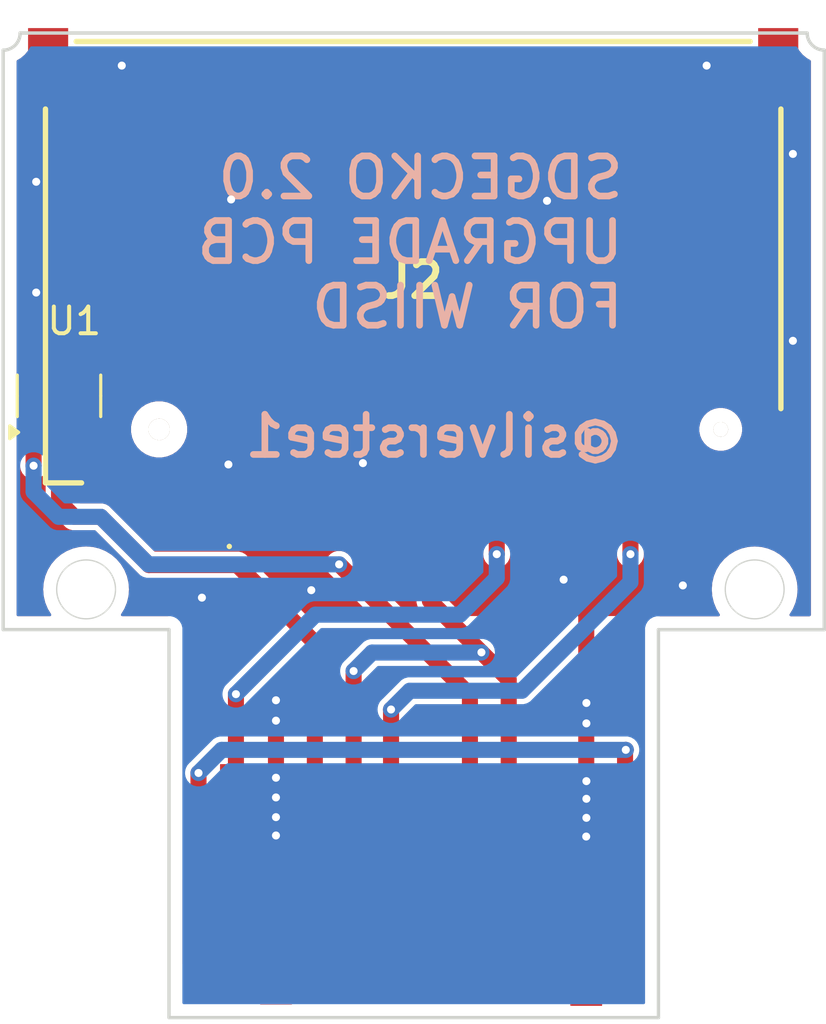
<source format=kicad_pcb>
(kicad_pcb (version 20240108) (generator "pcbnew") (generator_version "8.0")
  (layers (0 "F.Cu" signal) (31 "B.Cu" signal) (34 "B.Paste" user) (35 "F.Paste" user) (36 "B.SilkS" user "B.Silkscreen") (37 "F.SilkS" user "F.Silkscreen") (38 "B.Mask" user) (39 "F.Mask" user) (44 "Edge.Cuts" user))
  (net 0 "")
  (net 2 "Net-(J1-EXTIN)")
  (net 3 "/+3v3")
  (net 4 "/DI")
  (net 5 "GND")
  (net 6 "/CLK")
  (net 7 "/DO")
  (net 8 "/CS")
  (net 13 "Net-(J2-CMD)")
  (footprint "Package_TO_SOT_SMD:SC-74A-5_1.55x2.9mm_P0.95mm" (layer "F.Cu") (at 105.857 89.1794 90)
    (property "Reference" "U1" (at 2.794 0.569 180) (layer "F.SilkS"))
    (property "Value" "74AHC1G32")
    (fp_line (start 0 -1.56) (end 0.775 -1.56) (stroke (width 0.12)) (layer "F.SilkS"))
    (fp_line (start 0 -1.56) (end -0.775 -1.56) (stroke (width 0.12)) (layer "F.SilkS"))
    (fp_line (start 0 1.56) (end 0.775 1.56) (stroke (width 0.12)) (layer "F.SilkS"))
    (fp_line (start 0 1.56) (end -0.775 1.56) (stroke (width 0.12)) (layer "F.SilkS"))
    (fp_poly (pts (xy -1.3625 -1.51) (xy -1.6025 -1.84) (xy -1.1225 -1.84) (xy -1.3625 -1.51)) (stroke (width 0.12)) (fill solid) (layer "F.SilkS"))
    (pad "1" smd roundrect (at -1.15 -0.95 90) (size 1.6 0.6) (layers "F.Cu" "F.Paste" "F.Mask") (net 7 "/DO"))
    (pad "2" smd roundrect (at -1.15 0 90) (size 1.6 0.6) (layers "F.Cu" "F.Paste" "F.Mask") (net 8 "/CS"))
    (pad "3" smd roundrect (at -1.15 0.95 90) (size 1.6 0.6) (layers "F.Cu" "F.Paste" "F.Mask") (net 5 "GND"))
    (pad "4" smd roundrect (at 1.15 0.95 90) (size 1.6 0.6) (layers "F.Cu" "F.Paste" "F.Mask") (net 13 "Net-(J2-CMD)"))
    (pad "5" smd roundrect (at 1.15 -0.95 90) (size 1.6 0.6) (layers "F.Cu" "F.Paste" "F.Mask") (net 3 "/+3v3"))
  )
  (footprint "MICROSDCARD_Library:SD4B" (layer "F.Cu") (at 119.1006 84.6582 180)
    (property "Reference" "J2" (at 0 -0.2 0) (layer "F.SilkS") (effects (font (size 1.27 1.27) (thickness 0.254))))
    (property "Value" "SD-4-B" (hide yes))
    (fp_line (start 13.75 6.2) (end 13.75 -7.775) (stroke (width 0.2)) (layer "F.SilkS"))
    (fp_line (start 13.75 -7.775) (end 12.4 -7.775) (stroke (width 0.2)) (layer "F.SilkS"))
    (fp_line (start 6.875 -10.1) (end 6.875 -10.1) (stroke (width 0.1)) (layer "F.SilkS"))
    (fp_line (start 6.875 -10.2) (end 6.875 -10.2) (stroke (width 0.1)) (layer "F.SilkS"))
    (fp_line (start -12.6 8.725) (end 12.6 8.725) (stroke (width 0.2)) (layer "F.SilkS"))
    (fp_line (start -13.75 -5) (end -13.75 6.2) (stroke (width 0.2)) (layer "F.SilkS"))
    (fp_arc (start 6.875 -10.1) (mid 6.825 -10.15) (end 6.875 -10.2) (stroke (width 0.1)) (layer "F.SilkS"))
    (fp_arc (start 6.875 -10.2) (mid 6.925 -10.15) (end 6.875 -10.1) (stroke (width 0.1)) (layer "F.SilkS"))
    (pad "1" smd rect (at 6.875 -8.725 180) (size 1 1.8) (layers "F.Cu" "F.Paste" "F.Mask") (net 5 "GND"))
    (pad "2" smd rect (at 4.375 -8.725 180) (size 1 1.8) (layers "F.Cu" "F.Paste" "F.Mask") (net 13 "Net-(J2-CMD)"))
    (pad "3" smd rect (at 1.875 -8.725 180) (size 1 1.8) (layers "F.Cu" "F.Paste" "F.Mask") (net 5 "GND"))
    (pad "4" smd rect (at -0.625 -8.725 180) (size 1 1.8) (layers "F.Cu" "F.Paste" "F.Mask") (net 3 "/+3v3"))
    (pad "5" smd rect (at -3.125 -8.725 180) (size 1 1.8) (layers "F.Cu" "F.Paste" "F.Mask") (net 6 "/CLK"))
    (pad "6" smd rect (at -5.625 -8.725 180) (size 1 1.8) (layers "F.Cu" "F.Paste" "F.Mask") (net 5 "GND"))
    (pad "7" smd rect (at -8.125 -8.725 180) (size 1 1.8) (layers "F.Cu" "F.Paste" "F.Mask") (net 4 "/DI"))
    (pad "8" smd rect (at -9.755 -8.725 180) (size 1 1.8) (layers "F.Cu" "F.Paste" "F.Mask"))
    (pad "9" smd rect (at 9.375 -8.725 180) (size 1 1.8) (layers "F.Cu" "F.Paste" "F.Mask"))
    (pad "10" smd rect (at -11.055 -8.725 180) (size 0.7 1.8) (layers "F.Cu" "F.Paste" "F.Mask"))
    (pad "11" smd rect (at -12.255 -8.725 180) (size 0.7 1.8) (layers "F.Cu" "F.Paste" "F.Mask"))
    (pad "G1" smd rect (at 11.42 -6.775 180) (size 1.5 2.8) (layers "F.Cu" "F.Paste" "F.Mask") (net 5 "GND"))
    (pad "G2" smd rect (at -13.65 -6.775 180) (size 1.5 2.8) (layers "F.Cu" "F.Paste" "F.Mask") (net 5 "GND"))
    (pad "G3" smd rect (at -13.65 7.825 180) (size 1.5 2.8) (layers "F.Cu" "F.Paste" "F.Mask") (net 5 "GND"))
    (pad "G4" smd rect (at 13.65 7.825 180) (size 1.5 2.8) (layers "F.Cu" "F.Paste" "F.Mask") (net 5 "GND"))
    (pad "MH1" thru_hole circle (at 9.5 -5.775 270) (size 0.8 0.8) (drill 1.6) (layers "*.Cu" "*.Mask" "F.SilkS"))
    (pad "MH2" thru_hole circle (at -11.5 -5.775 270) (size 0.55 0.55) (drill 1.1) (layers "*.Cu" "*.Mask" "F.SilkS"))
  )
  (footprint "GCSP1_Library:GC_MEMCARD" (layer "F.Cu") (at 109.972659 112.420843)
    (property "Reference" "J1" (hide yes))
    (property "Value" "~" (hide yes))
    (pad "1" smd rect (at 17.05 -7.58) (size 1.187403 3.771756) (layers "F.Cu" "F.Mask") (net 2 "Net-(J1-EXTIN)"))
    (pad "2" smd rect (at 15.6 -2.78) (size 1.187403 4.679771) (layers "F.Cu" "F.Mask") (net 5 "GND"))
    (pad "3" smd rect (at 14.1 -7.38) (size 1.187403 4.19084) (layers "F.Cu" "F.Mask"))
    (pad "4" smd rect (at 12.7 -3.03) (size 1.187403 4.19084) (layers "F.Cu" "F.Mask") (net 3 "/+3v3"))
    (pad "5" smd rect (at 11.25 -7.38) (size 1.187403 4.19084) (layers "F.Cu" "F.Mask") (net 7 "/DO"))
    (pad "6" smd rect (at 9.8 -3.03) (size 1.187403 4.19084) (layers "F.Cu" "F.Mask"))
    (pad "7" smd rect (at 8.3 -7.38) (size 1.187403 4.19084) (layers "F.Cu" "F.Mask") (net 4 "/DI"))
    (pad "8" smd rect (at 6.9 -3.03) (size 1.187403 4.19084) (layers "F.Cu" "F.Mask") (net 3 "/+3v3"))
    (pad "9" smd rect (at 5.45 -7.38) (size 1.187403 4.19084) (layers "F.Cu" "F.Mask") (net 8 "/CS"))
    (pad "10" smd rect (at 4 -2.83) (size 1.187403 4.679771) (layers "F.Cu" "F.Mask") (net 5 "GND"))
    (pad "11" smd rect (at 2.5 -7.38) (size 1.187403 4.19084) (layers "F.Cu" "F.Mask") (net 6 "/CLK"))
    (pad "12" smd rect (at 1.1 -3.58) (size 1.187403 3.143131) (layers "F.Cu" "F.Mask") (net 2 "Net-(J1-EXTIN)"))
  )
  (gr_line (start 104.403449 75.617222) (end 133.8326 75.617222) (stroke (width 0.127)) (layer "Edge.Cuts"))
  (gr_line (start 128.271909 97.920263) (end 134.471909 97.920263) (stroke (width 0.127)) (layer "Edge.Cuts"))
  (gr_circle (center 131.870109 96.4138) (end 132.970109 96.4138) (stroke (width 0.05)) (fill none) (layer "Edge.Cuts"))
  (gr_line (start 134.471909 97.920263) (end 134.471909 76.255109) (stroke (width 0.127)) (layer "Edge.Cuts"))
  (gr_line (start 109.970061 97.917225) (end 109.970061 112.417225) (stroke (width 0.127)) (layer "Edge.Cuts"))
  (gr_arc (start 104.403449 75.617222) (mid 104.21993 76.069914) (end 103.770061 76.260249) (stroke (width 0.127)) (layer "Edge.Cuts"))
  (gr_line (start 109.97184 112.4204) (end 128.27184 112.4204) (stroke (width 0.127)) (layer "Edge.Cuts"))
  (gr_line (start 128.271909 112.420263) (end 128.271909 97.920263) (stroke (width 0.127)) (layer "Edge.Cuts"))
  (gr_arc (start 134.471909 76.255109) (mid 134.020144 76.068571) (end 133.8326 75.617222) (stroke (width 0.127)) (layer "Edge.Cuts"))
  (gr_circle (center 106.870061 96.4138) (end 107.970061 96.4138) (stroke (width 0.05)) (fill none) (layer "Edge.Cuts"))
  (gr_line (start 109.970061 97.917225) (end 103.770061 97.917225) (stroke (width 0.127)) (layer "Edge.Cuts"))
  (gr_line (start 103.770061 97.917225) (end 103.770061 76.260249) (stroke (width 0.127)) (layer "Edge.Cuts"))
  (gr_text "SDGECKO 2.0\nUPGRADE PCB\nFOR WIISD\n\n@silverstee1" (at 127.0762 91.567 0) (layer "B.SilkS") (effects (font (size 1.5 1.5) (thickness 0.25) (bold yes)) (justify left bottom mirror)))
  (segment (start 111.072659 103.277941) (end 111.0742 103.2764) (width 0.2) (layer "F.Cu") (net 2))
  (segment (start 127.022659 102.440941) (end 127.022659 104.840843) (width 0.6) (layer "F.Cu") (net 2))
  (segment (start 127.0508 102.4128) (end 127.022659 102.440941) (width 0.6) (layer "F.Cu") (net 2))
  (segment (start 111.072659 108.840843) (end 111.072659 103.277941) (width 0.6) (layer "F.Cu") (net 2))
  (via (at 111.0742 103.2764) (size 0.6) (drill 0.3) (layers "F.Cu" "B.Cu") (net 2))
  (via (at 127.0508 102.4128) (size 0.6) (drill 0.3) (layers "F.Cu" "B.Cu") (net 2))
  (segment (start 111.0742 103.2764) (end 111.9378 102.4128) (width 0.6) (layer "B.Cu") (net 2))
  (segment (start 111.9378 102.4128) (end 127.0508 102.4128) (width 0.6) (layer "B.Cu") (net 2))
  (segment (start 122.672659 99.787259) (end 121.6533 98.7679) (width 0.6) (layer "F.Cu") (net 3))
  (segment (start 119.7256 96.8402) (end 119.7256 93.3832) (width 0.6) (layer "F.Cu") (net 3))
  (segment (start 116.872659 99.4664) (end 116.872659 109.390843) (width 0.6) (layer "F.Cu") (net 3))
  (segment (start 122.672659 109.390843) (end 122.672659 99.787259) (width 0.6) (layer "F.Cu") (net 3))
  (segment (start 121.6533 98.7679) (end 119.7256 96.8402) (width 0.6) (layer "F.Cu") (net 3))
  (segment (start 105.791 86.233) (end 116.8146 86.233) (width 0.6) (layer "F.Cu") (net 3))
  (segment (start 116.8146 86.233) (end 119.7256 89.144) (width 0.6) (layer "F.Cu") (net 3))
  (segment (start 119.7256 89.144) (end 119.7256 93.3832) (width 0.6) (layer "F.Cu") (net 3))
  (segment (start 104.907 88.0294) (end 104.907 87.117) (width 0.6) (layer "F.Cu") (net 3))
  (segment (start 104.907 87.117) (end 105.791 86.233) (width 0.6) (layer "F.Cu") (net 3))
  (via (at 121.6533 98.7679) (size 0.6) (drill 0.3) (layers "F.Cu" "B.Cu") (net 3))
  (via (at 116.872659 99.4664) (size 0.6) (drill 0.3) (layers "F.Cu" "B.Cu") (net 3))
  (segment (start 116.872659 99.4664) (end 117.563757 98.775302) (width 0.6) (layer "B.Cu") (net 3))
  (segment (start 117.563757 98.775302) (end 121.645898 98.775302) (width 0.6) (layer "B.Cu") (net 3))
  (segment (start 121.645898 98.775302) (end 121.6533 98.7679) (width 0.2) (layer "B.Cu") (net 3))
  (segment (start 118.272659 100.903941) (end 118.272659 105.040843) (width 0.6) (layer "F.Cu") (net 4))
  (segment (start 127.2256 95.0976) (end 127.2256 93.3832) (width 0.6) (layer "F.Cu") (net 4))
  (via (at 127.2256 95.0976) (size 0.6) (drill 0.3) (layers "F.Cu" "B.Cu") (net 4))
  (via (at 118.272659 100.903941) (size 0.6) (drill 0.3) (layers "F.Cu" "B.Cu") (net 4))
  (segment (start 127.2256 95.0976) (end 127.2256 96.142) (width 0.6) (layer "B.Cu") (net 4))
  (segment (start 118.9736 100.203) (end 118.272659 100.903941) (width 0.6) (layer "B.Cu") (net 4))
  (segment (start 127.2256 96.142) (end 123.1646 100.203) (width 0.6) (layer "B.Cu") (net 4))
  (segment (start 123.1646 100.203) (end 118.9736 100.203) (width 0.6) (layer "B.Cu") (net 4))
  (segment (start 125.572659 101.427141) (end 125.5776 101.4222) (width 0.6) (layer "F.Cu") (net 5))
  (segment (start 113.972659 109.590843) (end 113.9698 105.6132) (width 0.6) (layer "F.Cu") (net 5))
  (segment (start 113.972659 100.561459) (end 113.972659 101.1682) (width 0.6) (layer "F.Cu") (net 5))
  (segment (start 125.572659 105.650902) (end 125.572659 104.957741) (width 0.6) (layer "F.Cu") (net 5))
  (segment (start 125.572659 103.576259) (end 125.572659 101.427141) (width 0.6) (layer "F.Cu") (net 5))
  (segment (start 113.9698 103.4542) (end 113.9698 100.5586) (width 0.6) (layer "F.Cu") (net 5))
  (segment (start 113.9698 104.1908) (end 113.9698 103.4542) (width 0.6) (layer "F.Cu") (net 5))
  (segment (start 125.5776 103.5812) (end 125.572659 103.576259) (width 0.6) (layer "F.Cu") (net 5))
  (segment (start 113.9698 104.9274) (end 113.9698 104.1908) (width 0.6) (layer "F.Cu") (net 5))
  (segment (start 125.570792 105.652769) (end 125.572659 105.650902) (width 0.6) (layer "F.Cu") (net 5))
  (segment (start 125.572659 97.302459) (end 124.7256 96.4554) (width 0.6) (layer "F.Cu") (net 5))
  (segment (start 125.572659 104.947859) (end 125.572659 104.246541) (width 0.6) (layer "F.Cu") (net 5))
  (segment (start 113.9698 105.6132) (end 113.9698 104.9274) (width 0.6) (layer "F.Cu") (net 5))
  (segment (start 125.5776 101.4222) (end 125.572659 101.417259) (width 0.6) (layer "F.Cu") (net 5))
  (segment (start 113.9698 100.5586) (end 113.972659 100.561459) (width 0.6) (layer "F.Cu") (net 5))
  (segment (start 125.5776 104.2416) (end 125.572659 104.236659) (width 0.6) (layer "F.Cu") (net 5))
  (segment (start 125.572659 104.957741) (end 125.5776 104.9528) (width 0.6) (layer "F.Cu") (net 5))
  (segment (start 125.572659 104.236659) (end 125.572659 103.586141) (width 0.6) (layer "F.Cu") (net 5))
  (segment (start 125.572659 101.417259) (end 125.572659 97.302459) (width 0.6) (layer "F.Cu") (net 5))
  (segment (start 125.5776 104.9528) (end 125.572659 104.947859) (width 0.6) (layer "F.Cu") (net 5))
  (segment (start 125.572659 105.654636) (end 125.572659 109.640843) (width 0.6) (layer "F.Cu") (net 5))
  (segment (start 125.572659 103.586141) (end 125.5776 103.5812) (width 0.6) (layer "F.Cu") (net 5))
  (segment (start 125.572659 104.246541) (end 125.5776 104.2416) (width 0.6) (layer "F.Cu") (net 5))
  (segment (start 124.7256 96.4554) (end 124.7256 93.3832) (width 0.6) (layer "F.Cu") (net 5))
  (segment (start 125.570792 105.652769) (end 125.572659 105.654636) (width 0.6) (layer "F.Cu") (net 5))
  (via (at 105.0036 81.1784) (size 0.6) (drill 0.3) (layers "F.Cu" "B.Cu") (net 5))
  (via (at 113.9698 104.9274) (size 0.6) (drill 0.3) (layers "F.Cu" "B.Cu") (net 5))
  (via (at 133.2992 80.137) (size 0.6) (drill 0.3) (layers "F.Cu" "B.Cu") (net 5))
  (via (at 129.1844 96.266) (size 0.6) (drill 0.3) (layers "F.Cu" "B.Cu") (net 5))
  (via (at 113.9698 105.6132) (size 0.6) (drill 0.3) (layers "F.Cu" "B.Cu") (net 5))
  (via (at 133.2992 87.122) (size 0.6) (drill 0.3) (layers "F.Cu" "B.Cu") (net 5))
  (via (at 124.1044 81.8896) (size 0.6) (drill 0.3) (layers "F.Cu" "B.Cu") (net 5))
  (via (at 130.0734 76.835) (size 0.6) (drill 0.3) (layers "F.Cu" "B.Cu") (net 5))
  (via (at 124.726399 96.0504) (size 0.6) (drill 0.3) (layers "F.Cu" "B.Cu") (net 5))
  (via (at 125.5776 104.9528) (size 0.6) (drill 0.3) (layers "F.Cu" "B.Cu") (net 5))
  (via (at 113.9698 101.3206) (size 0.6) (drill 0.3) (layers "F.Cu" "B.Cu") (net 5))
  (via (at 113.9698 103.4542) (size 0.6) (drill 0.3) (layers "F.Cu" "B.Cu") (net 5))
  (via (at 125.5776 103.5812) (size 0.6) (drill 0.3) (layers "F.Cu" "B.Cu") (net 5))
  (via (at 113.9698 100.5586) (size 0.6) (drill 0.3) (layers "F.Cu" "B.Cu") (net 5))
  (via (at 115.2906 96.4438) (size 0.6) (drill 0.3) (layers "F.Cu" "B.Cu") (net 5))
  (via (at 125.570792 105.652769) (size 0.6) (drill 0.3) (layers "F.Cu" "B.Cu") (net 5))
  (via (at 125.5776 100.6602) (size 0.6) (drill 0.3) (layers "F.Cu" "B.Cu") (net 5))
  (via (at 125.5776 104.2416) (size 0.6) (drill 0.3) (layers "F.Cu" "B.Cu") (net 5))
  (via (at 125.5776 101.4222) (size 0.6) (drill 0.3) (layers "F.Cu" "B.Cu") (net 5))
  (via (at 117.221 91.694) (size 0.6) (drill 0.3) (layers "F.Cu" "B.Cu") (net 5))
  (via (at 112.1918 91.7448) (size 0.6) (drill 0.3) (layers "F.Cu" "B.Cu") (net 5))
  (via (at 105.0036 85.3186) (size 0.6) (drill 0.3) (layers "F.Cu" "B.Cu") (net 5))
  (via (at 108.204 76.835) (size 0.6) (drill 0.3) (layers "F.Cu" "B.Cu") (net 5))
  (via (at 111.2012 96.7232) (size 0.6) (drill 0.3) (layers "F.Cu" "B.Cu") (net 5))
  (via (at 112.2934 81.8388) (size 0.6) (drill 0.3) (layers "F.Cu" "B.Cu") (net 5))
  (via (at 113.9698 104.1908) (size 0.6) (drill 0.3) (layers "F.Cu" "B.Cu") (net 5))
  (segment (start 112.472659 105.040843) (end 112.472659 100.33) (width 0.6) (layer "F.Cu") (net 6))
  (segment (start 122.2256 95.0976) (end 122.2256 93.3832) (width 0.6) (layer "F.Cu") (net 6))
  (via (at 112.472659 100.33) (size 0.6) (drill 0.3) (layers "F.Cu" "B.Cu") (net 6))
  (via (at 122.2256 95.0976) (size 0.6) (drill 0.3) (layers "F.Cu" "B.Cu") (net 6))
  (segment (start 115.444459 97.3582) (end 120.8532 97.3582) (width 0.6) (layer "B.Cu") (net 6))
  (segment (start 112.472659 100.33) (end 115.444459 97.3582) (width 0.6) (layer "B.Cu") (net 6))
  (segment (start 122.2256 95.9858) (end 122.2256 95.0976) (width 0.6) (layer "B.Cu") (net 6))
  (segment (start 120.8532 97.3582) (end 122.2256 95.9858) (width 0.6) (layer "B.Cu") (net 6))
  (segment (start 104.907 89.657) (end 104.907 90.3294) (width 0.2) (layer "F.Cu") (net 7))
  (segment (start 104.907 90.3294) (end 104.907 91.7906) (width 0.6) (layer "F.Cu") (net 7))
  (segment (start 116.332 95.4786) (end 121.222659 100.369259) (width 0.6) (layer "F.Cu") (net 7))
  (segment (start 121.222659 100.369259) (end 121.222659 105.040843) (width 0.6) (layer "F.Cu") (net 7))
  (via (at 116.332 95.4786) (size 0.6) (drill 0.3) (layers "F.Cu" "B.Cu") (net 7))
  (via (at 104.907 91.7906) (size 0.6) (drill 0.3) (layers "F.Cu" "B.Cu") (net 7))
  (segment (start 109.1946 95.4786) (end 107.4166 93.7006) (width 0.6) (layer "B.Cu") (net 7))
  (segment (start 104.907 91.7906) (end 104.8258 91.8718) (width 0.2) (layer "B.Cu") (net 7))
  (segment (start 104.907 92.7658) (end 104.907 91.7906) (width 0.6) (layer "B.Cu") (net 7))
  (segment (start 116.332 95.4786) (end 109.1946 95.4786) (width 0.6) (layer "B.Cu") (net 7))
  (segment (start 105.8418 93.7006) (end 104.907 92.7658) (width 0.6) (layer "B.Cu") (net 7))
  (segment (start 107.4166 93.7006) (end 105.8418 93.7006) (width 0.6) (layer "B.Cu") (net 7))
  (segment (start 106.426 93.7006) (end 105.857 93.1316) (width 0.6) (layer "F.Cu") (net 8))
  (segment (start 115.422659 105.040843) (end 115.422659 98.404659) (width 0.6) (layer "F.Cu") (net 8))
  (segment (start 105.857 93.1316) (end 105.857 90.3294) (width 0.6) (layer "F.Cu") (net 8))
  (segment (start 115.422659 98.404659) (end 112.522 95.504) (width 0.6) (layer "F.Cu") (net 8))
  (segment (start 112.522 95.504) (end 109.22 95.504) (width 0.6) (layer "F.Cu") (net 8))
  (segment (start 107.4166 93.7006) (end 106.426 93.7006) (width 0.6) (layer "F.Cu") (net 8))
  (segment (start 109.22 95.504) (end 107.4166 93.7006) (width 0.6) (layer "F.Cu") (net 8))
  (segment (start 106.807 88.0294) (end 112.1086 88.0294) (width 0.6) (layer "F.Cu") (net 13))
  (segment (start 112.1086 88.0294) (end 114.7256 90.6464) (width 0.6) (layer "F.Cu") (net 13))
  (segment (start 114.7256 90.6464) (end 114.7256 93.3832) (width 0.6) (layer "F.Cu") (net 13))
  (zone (net 0) (net_name "") (layer "F.Cu") (connect_pads yes (clearance 0)) (min_thickness 0.1)
    (keepout (tracks allowed) (vias allowed) (pads allowed) (copperpour not_allowed) (footprints allowed))
    (fill (thermal_gap 0.5) (thermal_bridge_width 0.5))
    (polygon (pts (xy 109.9566 97.409) (xy 128.2954 97.409) (xy 128.2954 112.395) (xy 128.269557 112.420843) (xy 109.972659 112.420843) (xy 109.9566 112.404784)))
  )
  (zone (net 5) (net_name "GND") (layers "F&B.Cu") (connect_pads yes (clearance 0)) (min_thickness 0.1) (fill yes (thermal_gap 0.5) (thermal_bridge_width 0.5))
    (polygon (pts (xy 103.7844 75.6412) (xy 134.4422 75.6412) (xy 134.4422 97.8916) (xy 134.366 97.9678) (xy 128.2954 97.9678) (xy 128.2954 112.395) (xy 128.269557 112.420843) (xy 109.972659 112.420843) (xy 109.9566 112.404784) (xy 109.9566 97.917) (xy 109.9312 97.8916) (xy 103.7844 97.8916)))
  )
)
</source>
